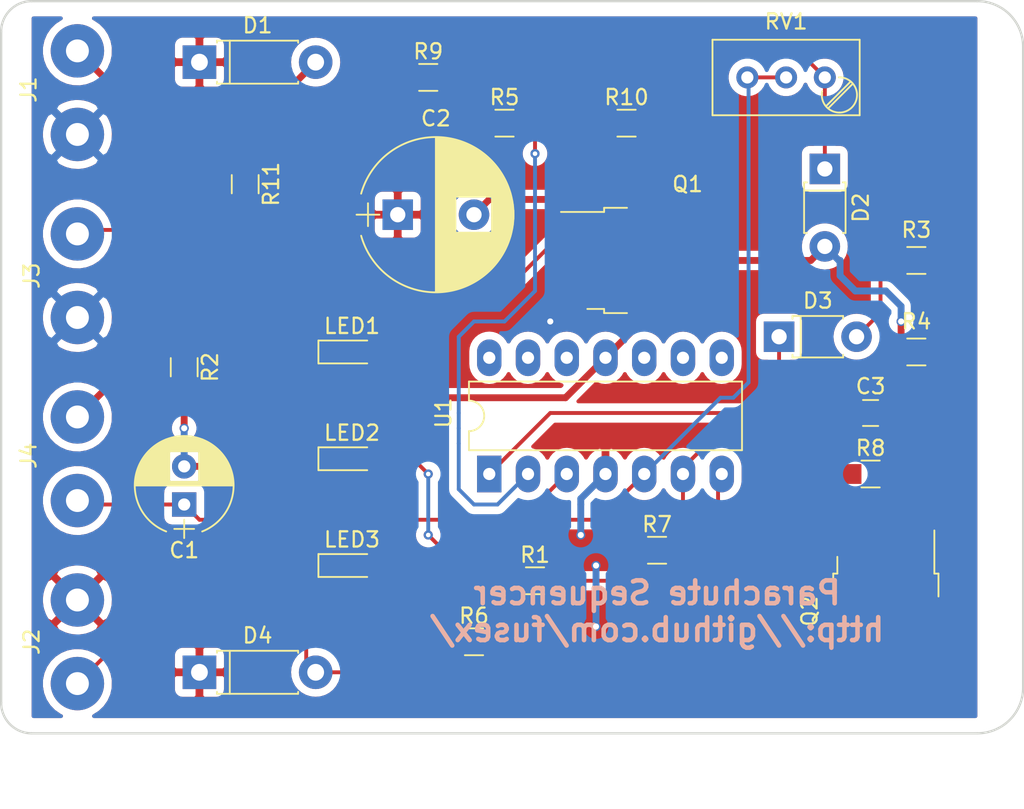
<source format=kicad_pcb>
(kicad_pcb (version 4) (host pcbnew 4.0.7-e2-6376~58~ubuntu16.04.1)
  (layers (0 F.Cu signal) (31 B.Cu signal) (34 B.Paste user) (35 F.Paste user) (36 B.SilkS user) (37 F.SilkS user) (38 B.Mask user) (39 F.Mask user) (44 Edge.Cuts user))
  (net 0 "")
  (net 1 "Net-(C1-Pad1)")
  (net 2 "Net-(C1-Pad2)")
  (net 3 +12V)
  (net 4 "Net-(D1-Pad2)")
  (net 5 "Net-(D2-Pad1)")
  (net 6 "Net-(D3-Pad1)")
  (net 7 "Net-(D3-Pad2)")
  (net 8 "Net-(D4-Pad2)")
  (net 9 GND)
  (net 10 "Net-(J3-Pad1)")
  (net 11 "Net-(LED1-Pad1)")
  (net 12 "Net-(LED2-Pad2)")
  (net 13 "Net-(LED3-Pad2)")
  (net 14 "Net-(Q2-Pad1)")
  (net 15 "Net-(R1-Pad2)")
  (net 16 "Net-(R10-Pad1)")
  (net 17 "Net-(R7-Pad2)")
  (module Housings_DIP:DIP-14_W7.62mm_LongPads (layer F.Cu) (at 131 86 90)
    (fp_text reference U1 (at 4 -3 90) (layer F.SilkS))
    (fp_text value LM324)
    (pad 1 thru_hole rect (at 0 0 90) (size 2.4 1.6) (drill 0.8) (layers *.Cu *.Mask) (net 6 "Net-(D3-Pad1)"))
    (pad 8 thru_hole oval (at 7.62 15.24 90) (size 2.4 1.6) (drill 0.8) (layers *.Cu *.Mask))
    (pad 2 thru_hole oval (at 0 2.54 90) (size 2.4 1.6) (drill 0.8) (layers *.Cu *.Mask) (net 16 "Net-(R10-Pad1)"))
    (pad 9 thru_hole oval (at 7.62 12.7 90) (size 2.4 1.6) (drill 0.8) (layers *.Cu *.Mask))
    (pad 3 thru_hole oval (at 0 5.08 90) (size 2.4 1.6) (drill 0.8) (layers *.Cu *.Mask) (net 1 "Net-(C1-Pad1)"))
    (pad 10 thru_hole oval (at 7.62 10.16 90) (size 2.4 1.6) (drill 0.8) (layers *.Cu *.Mask))
    (pad 4 thru_hole oval (at 0 7.62 90) (size 2.4 1.6) (drill 0.8) (layers *.Cu *.Mask) (net 3 +12V))
    (pad 11 thru_hole oval (at 7.62 7.62 90) (size 2.4 1.6) (drill 0.8) (layers *.Cu *.Mask) (net 2 "Net-(C1-Pad2)"))
    (pad 5 thru_hole oval (at 0 10.16 90) (size 2.4 1.6) (drill 0.8) (layers *.Cu *.Mask) (net 1 "Net-(C1-Pad1)"))
    (pad 12 thru_hole oval (at 7.62 5.08 90) (size 2.4 1.6) (drill 0.8) (layers *.Cu *.Mask))
    (pad 6 thru_hole oval (at 0 12.7 90) (size 2.4 1.6) (drill 0.8) (layers *.Cu *.Mask) (net 17 "Net-(R7-Pad2)"))
    (pad 13 thru_hole oval (at 7.62 2.54 90) (size 2.4 1.6) (drill 0.8) (layers *.Cu *.Mask))
    (pad 7 thru_hole oval (at 0 15.24 90) (size 2.4 1.6) (drill 0.8) (layers *.Cu *.Mask) (net 15 "Net-(R1-Pad2)"))
    (pad 14 thru_hole oval (at 7.62 0 90) (size 2.4 1.6) (drill 0.8) (layers *.Cu *.Mask))
  )
  (module Capacitors_THT:CP_Radial_D6.3mm_P2.50mm (layer F.Cu) (at 111 88 90)
    (fp_text reference C1 (at -3 0 180) (layer F.SilkS))
    (fp_text value 47uF)
    (pad 1 thru_hole rect (at 0 0 90) (size 1.6 1.6) (drill 0.8) (layers *.Cu *.Mask) (net 1 "Net-(C1-Pad1)"))
    (pad 2 thru_hole circle (at 2.5 0 90) (size 1.6 1.6) (drill 0.8) (layers *.Cu *.Mask) (net 2 "Net-(C1-Pad2)"))
  )
  (module Capacitors_THT:CP_Radial_D10.0mm_P5.00mm (layer F.Cu) (at 125 69)
    (fp_text reference C2 (at 2.5 -6.31) (layer F.SilkS))
    (fp_text value 470uF)
    (pad 1 thru_hole rect (at 0 0) (size 2 2) (drill 1) (layers *.Cu *.Mask) (net 3 +12V))
    (pad 2 thru_hole circle (at 5 0) (size 2 2) (drill 1) (layers *.Cu *.Mask) (net 2 "Net-(C1-Pad2)"))
  )
  (module Capacitors_SMD:C_0805_HandSoldering (layer F.Cu) (at 156 82)
    (fp_text reference C3 (at 0 -1.75) (layer F.SilkS))
    (fp_text value 100nF)
    (pad 1 smd rect (at -1.25 0) (size 1.5 1.25) (layers F.Cu F.Paste F.Mask) (net 3 +12V))
    (pad 2 smd rect (at 1.25 0) (size 1.5 1.25) (layers F.Cu F.Paste F.Mask) (net 2 "Net-(C1-Pad2)"))
  )
  (module Diodes_THT:D_DO-41_SOD81_P7.62mm_Horizontal (layer F.Cu) (at 112 59)
    (fp_text reference D1 (at 3.81 -2.41) (layer F.SilkS))
    (fp_text value 1N4007)
    (pad 1 thru_hole rect (at 0 0) (size 2.2 2.2) (drill 1.1) (layers *.Cu *.Mask) (net 3 +12V))
    (pad 2 thru_hole oval (at 7.62 0) (size 2.2 2.2) (drill 1.1) (layers *.Cu *.Mask) (net 4 "Net-(D1-Pad2)"))
  )
  (module Diodes_THT:D_T-1_P5.08mm_Horizontal (layer F.Cu) (at 153 66 270)
    (fp_text reference D2 (at 2.54 -2.36 270) (layer F.SilkS))
    (fp_text value BZX79C4V7)
    (pad 1 thru_hole rect (at 0 0 270) (size 2 2) (drill 1) (layers *.Cu *.Mask) (net 5 "Net-(D2-Pad1)"))
    (pad 2 thru_hole oval (at 5.08 0 270) (size 2 2) (drill 1) (layers *.Cu *.Mask) (net 2 "Net-(C1-Pad2)"))
  )
  (module Diodes_THT:D_T-1_P5.08mm_Horizontal (layer F.Cu) (at 150 77)
    (fp_text reference D3 (at 2.54 -2.36) (layer F.SilkS))
    (fp_text value BZX79C2V4)
    (pad 1 thru_hole rect (at 0 0) (size 2 2) (drill 1) (layers *.Cu *.Mask) (net 6 "Net-(D3-Pad1)"))
    (pad 2 thru_hole oval (at 5.08 0) (size 2 2) (drill 1) (layers *.Cu *.Mask) (net 7 "Net-(D3-Pad2)"))
  )
  (module Diodes_THT:D_DO-41_SOD81_P7.62mm_Horizontal (layer F.Cu) (at 112 99)
    (fp_text reference D4 (at 3.81 -2.41) (layer F.SilkS))
    (fp_text value 1N4007)
    (pad 1 thru_hole rect (at 0 0) (size 2.2 2.2) (drill 1.1) (layers *.Cu *.Mask) (net 3 +12V))
    (pad 2 thru_hole oval (at 7.62 0) (size 2.2 2.2) (drill 1.1) (layers *.Cu *.Mask) (net 8 "Net-(D4-Pad2)"))
  )
  (module wire:2x_20AWG (layer F.Cu) (at 104 61 90)
    (fp_text reference J1 (at 0.2 -3.2 90) (layer F.SilkS))
    (fp_text value "ALIM 12v")
    (pad 1 thru_hole circle (at -2.74 0 90) (size 3.50012 3.50012) (drill 1.50114) (layers *.Cu *.Mask) (net 9 GND))
    (pad 2 thru_hole circle (at 2.74 0 90) (size 3.50012 3.50012) (drill 1.50114) (layers *.Cu *.Mask) (net 4 "Net-(D1-Pad2)"))
  )
  (module wire:2x_20AWG (layer F.Cu) (at 104 97 270)
    (fp_text reference J2 (at 0 3 270) (layer F.SilkS))
    (fp_text value "ELECTRO AIMANT PERMANANT")
    (pad 1 thru_hole circle (at -2.74 0 270) (size 3.50012 3.50012) (drill 1.50114) (layers *.Cu *.Mask) (net 3 +12V))
    (pad 2 thru_hole circle (at 2.74 0 270) (size 3.50012 3.50012) (drill 1.50114) (layers *.Cu *.Mask) (net 8 "Net-(D4-Pad2)"))
  )
  (module wire:2x_20AWG (layer F.Cu) (at 104 73 270)
    (fp_text reference J3 (at 0 3 270) (layer F.SilkS))
    (fp_text value "JACK M/A NF")
    (pad 1 thru_hole circle (at -2.74 0 270) (size 3.50012 3.50012) (drill 1.50114) (layers *.Cu *.Mask) (net 10 "Net-(J3-Pad1)"))
    (pad 2 thru_hole circle (at 2.74 0 270) (size 3.50012 3.50012) (drill 1.50114) (layers *.Cu *.Mask) (net 9 GND))
  )
  (module wire:2x_20AWG (layer F.Cu) (at 104 85 90)
    (fp_text reference J4 (at 0.2 -3.2 90) (layer F.SilkS))
    (fp_text value "JACK DEP NF")
    (pad 1 thru_hole circle (at -2.74 0 90) (size 3.50012 3.50012) (drill 1.50114) (layers *.Cu *.Mask) (net 1 "Net-(C1-Pad1)"))
    (pad 2 thru_hole circle (at 2.74 0 90) (size 3.50012 3.50012) (drill 1.50114) (layers *.Cu *.Mask) (net 2 "Net-(C1-Pad2)"))
  )
  (module LEDs:LED_0805_HandSoldering (layer F.Cu) (at 122 78)
    (fp_text reference LED1 (at 0 -1.7) (layer F.SilkS))
    (fp_text value "SEQ ACTIF")
    (pad 1 smd rect (at -1.35 0) (size 1.5 1.3) (layers F.Cu F.Paste F.Mask) (net 11 "Net-(LED1-Pad1)"))
    (pad 2 smd rect (at 1.35 0) (size 1.5 1.3) (layers F.Cu F.Paste F.Mask) (net 3 +12V))
  )
  (module LEDs:LED_0805_HandSoldering (layer F.Cu) (at 122 85)
    (fp_text reference LED2 (at 0 -1.7) (layer F.SilkS))
    (fp_text value DECO)
    (pad 1 smd rect (at -1.35 0) (size 1.5 1.3) (layers F.Cu F.Paste F.Mask) (net 2 "Net-(C1-Pad2)"))
    (pad 2 smd rect (at 1.35 0) (size 1.5 1.3) (layers F.Cu F.Paste F.Mask) (net 12 "Net-(LED2-Pad2)"))
  )
  (module LEDs:LED_0805_HandSoldering (layer F.Cu) (at 122 92)
    (fp_text reference LED3 (at 0 -1.7) (layer F.SilkS))
    (fp_text value "ACT ACTIF")
    (pad 1 smd rect (at -1.35 0) (size 1.5 1.3) (layers F.Cu F.Paste F.Mask) (net 8 "Net-(D4-Pad2)"))
    (pad 2 smd rect (at 1.35 0) (size 1.5 1.3) (layers F.Cu F.Paste F.Mask) (net 13 "Net-(LED3-Pad2)"))
  )
  (module TO_SOT_Packages_SMD:TO-252-2 (layer F.Cu) (at 141 72)
    (fp_text reference Q1 (at 3 -5) (layer F.SilkS))
    (fp_text value IRLZ44N)
    (pad 1 smd rect (at -4.2 -2.28) (size 2.2 1.2) (layers F.Cu F.Paste F.Mask) (net 10 "Net-(J3-Pad1)"))
    (pad 3 smd rect (at -4.2 2.28) (size 2.2 1.2) (layers F.Cu F.Paste F.Mask) (net 9 GND))
    (pad 2 smd rect (at 2.1 0) (size 6.4 5.8) (layers F.Cu F.Mask) (net 2 "Net-(C1-Pad2)"))
    (pad 2 smd rect (at 3.775 1.525) (size 3.05 2.75) (layers F.Cu F.Paste) (net 2 "Net-(C1-Pad2)"))
    (pad 2 smd rect (at 0.425 -1.525) (size 3.05 2.75) (layers F.Cu F.Paste) (net 2 "Net-(C1-Pad2)"))
    (pad 2 smd rect (at 3.775 -1.525) (size 3.05 2.75) (layers F.Cu F.Paste) (net 2 "Net-(C1-Pad2)"))
    (pad 2 smd rect (at 0.425 1.525) (size 3.05 2.75) (layers F.Cu F.Paste) (net 2 "Net-(C1-Pad2)"))
  )
  (module TO_SOT_Packages_SMD:TO-252-2 (layer F.Cu) (at 157 95 270)
    (fp_text reference Q2 (at 0 5 270) (layer F.SilkS))
    (fp_text value IRLZ44N)
    (pad 1 smd rect (at -4.2 -2.28 270) (size 2.2 1.2) (layers F.Cu F.Paste F.Mask) (net 14 "Net-(Q2-Pad1)"))
    (pad 3 smd rect (at -4.2 2.28 270) (size 2.2 1.2) (layers F.Cu F.Paste F.Mask) (net 2 "Net-(C1-Pad2)"))
    (pad 2 smd rect (at 2.1 0 270) (size 6.4 5.8) (layers F.Cu F.Mask) (net 8 "Net-(D4-Pad2)"))
    (pad 2 smd rect (at 3.775 1.525 270) (size 3.05 2.75) (layers F.Cu F.Paste) (net 8 "Net-(D4-Pad2)"))
    (pad 2 smd rect (at 0.425 -1.525 270) (size 3.05 2.75) (layers F.Cu F.Paste) (net 8 "Net-(D4-Pad2)"))
    (pad 2 smd rect (at 3.775 -1.525 270) (size 3.05 2.75) (layers F.Cu F.Paste) (net 8 "Net-(D4-Pad2)"))
    (pad 2 smd rect (at 0.425 1.525 270) (size 3.05 2.75) (layers F.Cu F.Paste) (net 8 "Net-(D4-Pad2)"))
  )
  (module Resistors_SMD:R_0805_HandSoldering (layer F.Cu) (at 134 93)
    (fp_text reference R1 (at 0 -1.7) (layer F.SilkS))
    (fp_text value 1k)
    (pad 1 smd rect (at -1.35 0) (size 1.5 1.3) (layers F.Cu F.Paste F.Mask) (net 12 "Net-(LED2-Pad2)"))
    (pad 2 smd rect (at 1.35 0) (size 1.5 1.3) (layers F.Cu F.Paste F.Mask) (net 15 "Net-(R1-Pad2)"))
  )
  (module Resistors_SMD:R_0805_HandSoldering (layer F.Cu) (at 111 79 270)
    (fp_text reference R2 (at 0 -1.7 270) (layer F.SilkS))
    (fp_text value 1k)
    (pad 1 smd rect (at -1.35 0 270) (size 1.5 1.3) (layers F.Cu F.Paste F.Mask) (net 11 "Net-(LED1-Pad1)"))
    (pad 2 smd rect (at 1.35 0 270) (size 1.5 1.3) (layers F.Cu F.Paste F.Mask) (net 2 "Net-(C1-Pad2)"))
  )
  (module Resistors_SMD:R_0805_HandSoldering (layer F.Cu) (at 159 72 180)
    (fp_text reference R3 (at 0 2 180) (layer F.SilkS))
    (fp_text value 1k)
    (pad 1 smd rect (at -1.35 0 180) (size 1.5 1.3) (layers F.Cu F.Paste F.Mask) (net 14 "Net-(Q2-Pad1)"))
    (pad 2 smd rect (at 1.35 0 180) (size 1.5 1.3) (layers F.Cu F.Paste F.Mask) (net 7 "Net-(D3-Pad2)"))
  )
  (module Resistors_SMD:R_0805_HandSoldering (layer F.Cu) (at 159 78 180)
    (fp_text reference R4 (at 0 2 180) (layer F.SilkS))
    (fp_text value 100k)
    (pad 1 smd rect (at -1.35 0 180) (size 1.5 1.3) (layers F.Cu F.Paste F.Mask) (net 14 "Net-(Q2-Pad1)"))
    (pad 2 smd rect (at 1.35 0 180) (size 1.5 1.3) (layers F.Cu F.Paste F.Mask) (net 2 "Net-(C1-Pad2)"))
  )
  (module Resistors_SMD:R_0805_HandSoldering (layer F.Cu) (at 132 63)
    (fp_text reference R5 (at 0 -1.7) (layer F.SilkS))
    (fp_text value 10k)
    (pad 1 smd rect (at -1.35 0) (size 1.5 1.3) (layers F.Cu F.Paste F.Mask) (net 5 "Net-(D2-Pad1)"))
    (pad 2 smd rect (at 1.35 0) (size 1.5 1.3) (layers F.Cu F.Paste F.Mask) (net 16 "Net-(R10-Pad1)"))
  )
  (module Resistors_SMD:R_0805_HandSoldering (layer F.Cu) (at 130 97)
    (fp_text reference R6 (at 0 -1.7) (layer F.SilkS))
    (fp_text value 1k)
    (pad 1 smd rect (at -1.35 0) (size 1.5 1.3) (layers F.Cu F.Paste F.Mask) (net 13 "Net-(LED3-Pad2)"))
    (pad 2 smd rect (at 1.35 0) (size 1.5 1.3) (layers F.Cu F.Paste F.Mask) (net 3 +12V))
  )
  (module Resistors_SMD:R_0805_HandSoldering (layer F.Cu) (at 142 91)
    (fp_text reference R7 (at 0 -1.7) (layer F.SilkS))
    (fp_text value 1M)
    (pad 1 smd rect (at -1.35 0) (size 1.5 1.3) (layers F.Cu F.Paste F.Mask) (net 3 +12V))
    (pad 2 smd rect (at 1.35 0) (size 1.5 1.3) (layers F.Cu F.Paste F.Mask) (net 17 "Net-(R7-Pad2)"))
  )
  (module Resistors_SMD:R_0805_HandSoldering (layer F.Cu) (at 156 86)
    (fp_text reference R8 (at 0 -1.7) (layer F.SilkS))
    (fp_text value 1k)
    (pad 1 smd rect (at -1.35 0) (size 1.5 1.3) (layers F.Cu F.Paste F.Mask) (net 17 "Net-(R7-Pad2)"))
    (pad 2 smd rect (at 1.35 0) (size 1.5 1.3) (layers F.Cu F.Paste F.Mask) (net 2 "Net-(C1-Pad2)"))
  )
  (module Resistors_SMD:R_0805_HandSoldering (layer F.Cu) (at 127 60)
    (fp_text reference R9 (at 0 -1.7) (layer F.SilkS))
    (fp_text value 1k)
    (pad 1 smd rect (at -1.35 0) (size 1.5 1.3) (layers F.Cu F.Paste F.Mask) (net 3 +12V))
    (pad 2 smd rect (at 1.35 0) (size 1.5 1.3) (layers F.Cu F.Paste F.Mask) (net 5 "Net-(D2-Pad1)"))
  )
  (module Resistors_SMD:R_0805_HandSoldering (layer F.Cu) (at 140 63)
    (fp_text reference R10 (at 0 -1.7) (layer F.SilkS))
    (fp_text value 10k)
    (pad 1 smd rect (at -1.35 0) (size 1.5 1.3) (layers F.Cu F.Paste F.Mask) (net 16 "Net-(R10-Pad1)"))
    (pad 2 smd rect (at 1.35 0) (size 1.5 1.3) (layers F.Cu F.Paste F.Mask) (net 2 "Net-(C1-Pad2)"))
  )
  (module Resistors_SMD:R_0805_HandSoldering (layer F.Cu) (at 115 67 270)
    (fp_text reference R11 (at 0 -1.7 270) (layer F.SilkS))
    (fp_text value 100k)
    (pad 1 smd rect (at -1.35 0 270) (size 1.5 1.3) (layers F.Cu F.Paste F.Mask) (net 4 "Net-(D1-Pad2)"))
    (pad 2 smd rect (at 1.35 0 270) (size 1.5 1.3) (layers F.Cu F.Paste F.Mask) (net 10 "Net-(J3-Pad1)"))
  )
  (module Potentiometers:Potentiometer_Trimmer_Bourns_3296W (layer F.Cu) (at 153 60)
    (fp_text reference RV1 (at -2.54 -3.66) (layer F.SilkS))
    (fp_text value 1M)
    (pad 1 thru_hole circle (at 0 0) (size 1.44 1.44) (drill 0.8) (layers *.Cu *.Mask) (net 5 "Net-(D2-Pad1)"))
    (pad 2 thru_hole circle (at -2.54 0) (size 1.44 1.44) (drill 0.8) (layers *.Cu *.Mask) (net 1 "Net-(C1-Pad1)"))
    (pad 3 thru_hole circle (at -5.08 0) (size 1.44 1.44) (drill 0.8) (layers *.Cu *.Mask) (net 1 "Net-(C1-Pad1)"))
  )
  (gr_text "Parachute Sequencer\nhttp://github.com/fusex/" (at 142 95) (layer B.SilkS) (effects (font (size 1.5 1.5) (thickness 0.3)) (justify mirror)))
  (gr_arc (start 163 58) (end 163 55) (angle 90) (layer Edge.Cuts) (width 0.15))
  (gr_line (start 99 101) (end 99 57) (angle 90) (layer Edge.Cuts) (width 0.15))
  (gr_line (start 163 103) (end 101 103) (angle 90) (layer Edge.Cuts) (width 0.15))
  (gr_line (start 101 55) (end 163 55) (angle 90) (layer Edge.Cuts) (width 0.15))
  (gr_arc (start 163 100) (end 166 100) (angle 90) (layer Edge.Cuts) (width 0.15))
  (gr_arc (start 101 101) (end 101 103) (angle 90) (layer Edge.Cuts) (width 0.15))
  (gr_arc (start 101 57) (end 99 57) (angle 90) (layer Edge.Cuts) (width 0.15))
  (gr_line (start 166 100) (end 166 58) (angle 90) (layer Edge.Cuts) (width 0.15))
  (segment (start 148 74) (end 148 80) (width 0.254) (layer B.Cu) (net 1))
  (segment (start 148 80) (end 147 81) (width 0.254) (layer B.Cu) (net 1))
  (segment (start 147 81) (end 146.16 81) (width 0.254) (layer B.Cu) (net 1))
  (segment (start 146.16 81) (end 141.16 86) (width 0.254) (layer B.Cu) (net 1))
  (segment (start 148 60.08) (end 147.92 60) (width 0.254) (layer B.Cu) (net 1))
  (segment (start 148 74) (end 148 60.08) (width 0.254) (layer B.Cu) (net 1))
  (segment (start 141.16 86) (end 138.16 89) (width 0.254) (layer F.Cu) (net 1))
  (segment (start 138.16 89) (end 133.08 89) (width 0.254) (layer F.Cu) (net 1))
  (segment (start 111 88) (end 112 89) (width 0.254) (layer F.Cu) (net 1))
  (segment (start 133.08 89) (end 136.08 86) (width 0.254) (layer F.Cu) (net 1))
  (segment (start 112 89) (end 133.08 89) (width 0.254) (layer F.Cu) (net 1))
  (segment (start 104 87.74) (end 104.26 88) (width 0.254) (layer F.Cu) (net 1))
  (segment (start 104.26 88) (end 110 88) (width 0.254) (layer F.Cu) (net 1))
  (segment (start 110 88) (end 111 88) (width 0.254) (layer F.Cu) (net 1))
  (segment (start 150.46 60) (end 147.92 60) (width 0.254) (layer F.Cu) (net 1))
  (segment (start 157.35 86) (end 157.25 85.9) (width 0.45) (layer F.Cu) (net 2))
  (segment (start 157.25 85.9) (end 157.25 82) (width 0.45) (layer F.Cu) (net 2))
  (segment (start 157.65 78) (end 157.25 78.4) (width 0.45) (layer F.Cu) (net 2))
  (segment (start 157.25 78.4) (end 157.25 82) (width 0.45) (layer F.Cu) (net 2))
  (segment (start 138.62 78.38) (end 143.1 73.9) (width 0.45) (layer F.Cu) (net 2))
  (segment (start 143.1 73.9) (end 143.1 72) (width 0.45) (layer F.Cu) (net 2))
  (segment (start 131 68) (end 130 69) (width 0.45) (layer F.Cu) (net 2))
  (segment (start 131 68) (end 139.1 68) (width 0.45) (layer F.Cu) (net 2))
  (segment (start 139.1 68) (end 143.1 72) (width 0.45) (layer F.Cu) (net 2))
  (segment (start 153 71.08) (end 153.92 72) (width 0.45) (layer B.Cu) (net 2))
  (segment (start 153.92 72) (end 154 72) (width 0.45) (layer B.Cu) (net 2))
  (segment (start 154 72) (end 154 73) (width 0.45) (layer B.Cu) (net 2))
  (segment (start 154 73) (end 155 74) (width 0.45) (layer B.Cu) (net 2))
  (segment (start 155 74) (end 157 74) (width 0.45) (layer B.Cu) (net 2))
  (segment (start 157 74) (end 158 75) (width 0.45) (layer B.Cu) (net 2))
  (segment (start 158 75) (end 158 76) (width 0.45) (layer B.Cu) (net 2))
  (via (at 158 76) (size 0.6) (drill 0.4) (layers F.Cu B.Cu) (net 2))
  (segment (start 158 76) (end 158 77.65) (width 0.45) (layer F.Cu) (net 2))
  (segment (start 158 77.65) (end 157.65 78) (width 0.45) (layer F.Cu) (net 2))
  (segment (start 157.65 78) (end 157.25 78.4) (width 0.45) (layer F.Cu) (net 2))
  (segment (start 157.25 85.9) (end 157.25 88.27) (width 0.45) (layer F.Cu) (net 2))
  (segment (start 157.25 88.27) (end 154.72 90.8) (width 0.45) (layer F.Cu) (net 2))
  (segment (start 111 85.5) (end 111 83) (width 0.45) (layer B.Cu) (net 2))
  (segment (start 111 83) (end 111 80.35) (width 0.45) (layer F.Cu) (net 2))
  (via (at 111 83) (size 0.6) (drill 0.4) (layers F.Cu B.Cu) (net 2))
  (segment (start 120.65 85) (end 124.65 81) (width 0.45) (layer F.Cu) (net 2))
  (segment (start 136 81) (end 138.62 78.38) (width 0.45) (layer F.Cu) (net 2))
  (segment (start 124.65 81) (end 136 81) (width 0.45) (layer F.Cu) (net 2))
  (segment (start 153 71.08) (end 152.08 72) (width 0.45) (layer F.Cu) (net 2))
  (segment (start 152.08 72) (end 143.1 72) (width 0.45) (layer F.Cu) (net 2))
  (segment (start 120.65 85) (end 121 84.65) (width 0.45) (layer F.Cu) (net 2))
  (segment (start 120.65 85) (end 120.15 85.5) (width 0.45) (layer F.Cu) (net 2))
  (segment (start 120.15 85.5) (end 111 85.5) (width 0.45) (layer F.Cu) (net 2))
  (segment (start 138.62 78.38) (end 139 78.76) (width 0.45) (layer F.Cu) (net 2))
  (segment (start 141.35 63) (end 141.35 70.25) (width 0.45) (layer F.Cu) (net 2))
  (segment (start 141.35 70.25) (end 143.1 72) (width 0.45) (layer F.Cu) (net 2))
  (segment (start 157.6 85.75) (end 157.35 86) (width 0.45) (layer F.Cu) (net 2))
  (segment (start 111 80.35) (end 105.91 80.35) (width 0.45) (layer F.Cu) (net 2))
  (segment (start 105.91 80.35) (end 104 82.26) (width 0.45) (layer F.Cu) (net 2))
  (via (at 138 92) (size 0.6) (drill 0.4) (layers F.Cu B.Cu) (net 3))
  (segment (start 138 92) (end 138 91) (width 0.45) (layer F.Cu) (net 3))
  (segment (start 131.35 97) (end 137 97) (width 0.45) (layer F.Cu) (net 3))
  (segment (start 137 97) (end 138 96) (width 0.45) (layer F.Cu) (net 3))
  (via (at 138 96) (size 0.6) (drill 0.4) (layers F.Cu B.Cu) (net 3))
  (segment (start 138 96) (end 138 92) (width 0.45) (layer B.Cu) (net 3))
  (segment (start 140.65 91) (end 138 91) (width 0.45) (layer F.Cu) (net 3))
  (segment (start 138 91) (end 137 90) (width 0.45) (layer F.Cu) (net 3))
  (via (at 137 90) (size 0.6) (drill 0.4) (layers F.Cu B.Cu) (net 3))
  (segment (start 137 90) (end 137 88) (width 0.45) (layer B.Cu) (net 3))
  (segment (start 137 88) (end 137 87.62) (width 0.45) (layer B.Cu) (net 3))
  (segment (start 137 87.62) (end 138.62 86) (width 0.45) (layer B.Cu) (net 3))
  (segment (start 115.81 62.81) (end 119.62 59) (width 0.45) (layer F.Cu) (net 4))
  (segment (start 115.81 62.81) (end 115.62 63) (width 0.45) (layer F.Cu) (net 4))
  (segment (start 108.74 63) (end 104 58.26) (width 0.45) (layer F.Cu) (net 4))
  (segment (start 115.62 63) (end 108.74 63) (width 0.45) (layer F.Cu) (net 4))
  (segment (start 115.81 62.81) (end 115 63.62) (width 0.45) (layer F.Cu) (net 4))
  (segment (start 115 63.62) (end 115 65.65) (width 0.45) (layer F.Cu) (net 4))
  (segment (start 128.35 60) (end 130.35 58) (width 0.254) (layer F.Cu) (net 5))
  (segment (start 151 58) (end 153 60) (width 0.254) (layer F.Cu) (net 5))
  (segment (start 130.35 58) (end 151 58) (width 0.254) (layer F.Cu) (net 5))
  (segment (start 153 60) (end 153 66) (width 0.254) (layer F.Cu) (net 5))
  (segment (start 128.35 60) (end 130.65 63) (width 0.254) (layer F.Cu) (net 5))
  (segment (start 150 77) (end 150 81) (width 0.254) (layer F.Cu) (net 6))
  (segment (start 150 81) (end 149 82) (width 0.254) (layer F.Cu) (net 6))
  (segment (start 149 82) (end 135 82) (width 0.254) (layer F.Cu) (net 6))
  (segment (start 135 82) (end 131 86) (width 0.254) (layer F.Cu) (net 6))
  (segment (start 157.65 72) (end 156.65 73) (width 0.254) (layer F.Cu) (net 7))
  (segment (start 156.65 73) (end 156.65 75.43) (width 0.254) (layer F.Cu) (net 7))
  (segment (start 156.65 75.43) (end 155.08 77) (width 0.254) (layer F.Cu) (net 7))
  (segment (start 119.62 99) (end 152 99) (width 0.254) (layer F.Cu) (net 8))
  (segment (start 152 99) (end 155.1 99) (width 0.254) (layer F.Cu) (net 8))
  (segment (start 155.1 99) (end 157 97.1) (width 0.254) (layer F.Cu) (net 8))
  (segment (start 120.65 92) (end 120 92.65) (width 0.254) (layer F.Cu) (net 8))
  (segment (start 120 92.65) (end 118 96) (width 0.254) (layer F.Cu) (net 8))
  (segment (start 119.62 99) (end 119 98.38) (width 0.254) (layer F.Cu) (net 8))
  (segment (start 119 98.38) (end 119 97) (width 0.254) (layer F.Cu) (net 8))
  (segment (start 119 97) (end 118 96) (width 0.254) (layer F.Cu) (net 8))
  (segment (start 118 96) (end 107.74 96) (width 0.254) (layer F.Cu) (net 8))
  (segment (start 107.74 96) (end 104 99.74) (width 0.254) (layer F.Cu) (net 8))
  (segment (start 136.8 74.28) (end 135.08 76) (width 0.45) (layer F.Cu) (net 9))
  (segment (start 135.08 76) (end 135 76) (width 0.45) (layer F.Cu) (net 9))
  (via (at 135 76) (size 0.6) (drill 0.4) (layers F.Cu B.Cu) (net 9))
  (segment (start 132.02 74) (end 121.554 74) (width 0.254) (layer F.Cu) (net 10))
  (segment (start 121.554 74) (end 115.904 68.35) (width 0.254) (layer F.Cu) (net 10))
  (segment (start 115.904 68.35) (end 115 68.35) (width 0.254) (layer F.Cu) (net 10))
  (segment (start 136.8 69.72) (end 136.3 69.72) (width 0.254) (layer F.Cu) (net 10))
  (segment (start 136.3 69.72) (end 132.02 74) (width 0.254) (layer F.Cu) (net 10))
  (segment (start 104 70.26) (end 104.26 70) (width 0.254) (layer F.Cu) (net 10))
  (segment (start 104.26 70) (end 113.35 70) (width 0.254) (layer F.Cu) (net 10))
  (segment (start 113.35 70) (end 115 68.35) (width 0.254) (layer F.Cu) (net 10))
  (segment (start 120.65 78) (end 111.35 78) (width 0.254) (layer F.Cu) (net 11))
  (segment (start 111.35 78) (end 111 77.65) (width 0.254) (layer F.Cu) (net 11))
  (segment (start 120.65 78) (end 120.3 77.65) (width 0.254) (layer F.Cu) (net 11))
  (segment (start 128 91) (end 132.65 93) (width 0.254) (layer F.Cu) (net 12))
  (segment (start 127 90) (end 128 91) (width 0.254) (layer F.Cu) (net 12))
  (via (at 127 90) (size 0.6) (drill 0.3) (layers F.Cu B.Cu) (net 12))
  (segment (start 127 86) (end 127 90) (width 0.254) (layer B.Cu) (net 12))
  (via (at 127 86) (size 0.6) (drill 0.3) (layers F.Cu B.Cu) (net 12))
  (segment (start 126 85) (end 127 86) (width 0.254) (layer F.Cu) (net 12))
  (segment (start 123.35 85) (end 126 85) (width 0.254) (layer F.Cu) (net 12))
  (segment (start 128.65 97) (end 123.35 92) (width 0.254) (layer F.Cu) (net 13))
  (segment (start 160.35 72) (end 160.35 78) (width 0.254) (layer F.Cu) (net 14))
  (segment (start 160.35 78) (end 161 78.65) (width 0.254) (layer F.Cu) (net 14))
  (segment (start 161 78.65) (end 161 89.08) (width 0.254) (layer F.Cu) (net 14))
  (segment (start 161 89.08) (end 159.28 90.8) (width 0.254) (layer F.Cu) (net 14))
  (segment (start 159 90.52) (end 159.28 90.8) (width 0.254) (layer F.Cu) (net 14))
  (segment (start 135.35 93) (end 145 93) (width 0.254) (layer F.Cu) (net 15))
  (segment (start 145 93) (end 146 92) (width 0.254) (layer F.Cu) (net 15))
  (segment (start 146 92) (end 146 86.24) (width 0.254) (layer F.Cu) (net 15))
  (segment (start 146 86.24) (end 146.24 86) (width 0.254) (layer F.Cu) (net 15))
  (segment (start 146 86.24) (end 146.24 86) (width 0.254) (layer F.Cu) (net 15))
  (segment (start 130 76) (end 129 77) (width 0.254) (layer B.Cu) (net 16))
  (segment (start 129 83) (end 129 82) (width 0.254) (layer B.Cu) (net 16))
  (segment (start 129 84) (end 129 83) (width 0.254) (layer B.Cu) (net 16))
  (segment (start 133.35 63) (end 134 63.65) (width 0.254) (layer F.Cu) (net 16))
  (segment (start 134 63.65) (end 134 65) (width 0.254) (layer F.Cu) (net 16))
  (via (at 134 65) (size 0.6) (drill 0.3) (layers F.Cu B.Cu) (net 16))
  (segment (start 134 65) (end 134 74) (width 0.254) (layer B.Cu) (net 16))
  (segment (start 134 74) (end 132 76) (width 0.254) (layer B.Cu) (net 16))
  (segment (start 132 76) (end 130 76) (width 0.254) (layer B.Cu) (net 16))
  (segment (start 129 77) (end 129 82) (width 0.254) (layer B.Cu) (net 16))
  (segment (start 129 84) (end 129 87) (width 0.254) (layer B.Cu) (net 16))
  (segment (start 129 87) (end 130 88) (width 0.254) (layer B.Cu) (net 16))
  (segment (start 130 88) (end 131.54 88) (width 0.254) (layer B.Cu) (net 16))
  (segment (start 131.54 88) (end 133.54 86) (width 0.254) (layer B.Cu) (net 16))
  (segment (start 133.35 63) (end 138.65 63) (width 0.254) (layer F.Cu) (net 16))
  (segment (start 154.65 86) (end 153.646 86) (width 0.254) (layer F.Cu) (net 17))
  (segment (start 153.646 86) (end 151.646 84) (width 0.254) (layer F.Cu) (net 17))
  (segment (start 151.646 84) (end 145.3 84) (width 0.254) (layer F.Cu) (net 17))
  (segment (start 145.3 84) (end 143.7 85.6) (width 0.254) (layer F.Cu) (net 17))
  (segment (start 143.7 85.6) (end 143.7 86) (width 0.254) (layer F.Cu) (net 17))
  (segment (start 143.35 91) (end 143.7 90.65) (width 0.254) (layer F.Cu) (net 17))
  (segment (start 143.7 90.65) (end 143.7 86) (width 0.254) (layer F.Cu) (net 17))
  (segment (start 155 86) (end 154.65 86) (width 0.254) (layer F.Cu) (net 17))
  (segment (start 154.65 86) (end 154 86) (width 0.254) (layer F.Cu) (net 17))
  (zone (net 3) (net_name +12V) (layer F.Cu) (connect_pads (clearance 0.508)) (min_thickness 0.254) (fill yes (arc_segments 32) (thermal_gap 0.508) (thermal_bridge_width 0.508))
    (polygon (pts (xy 163 102) (xy 101 102) (xy 101 56) (xy 163 56)))
  )
  (zone (net 9) (net_name GND) (layer B.Cu) (connect_pads (clearance 0.508)) (min_thickness 0.254) (fill yes (arc_segments 32) (thermal_gap 0.508) (thermal_bridge_width 0.508))
    (polygon (pts (xy 163 102) (xy 101 102) (xy 101 56) (xy 163 56)))
  )
)
</source>
